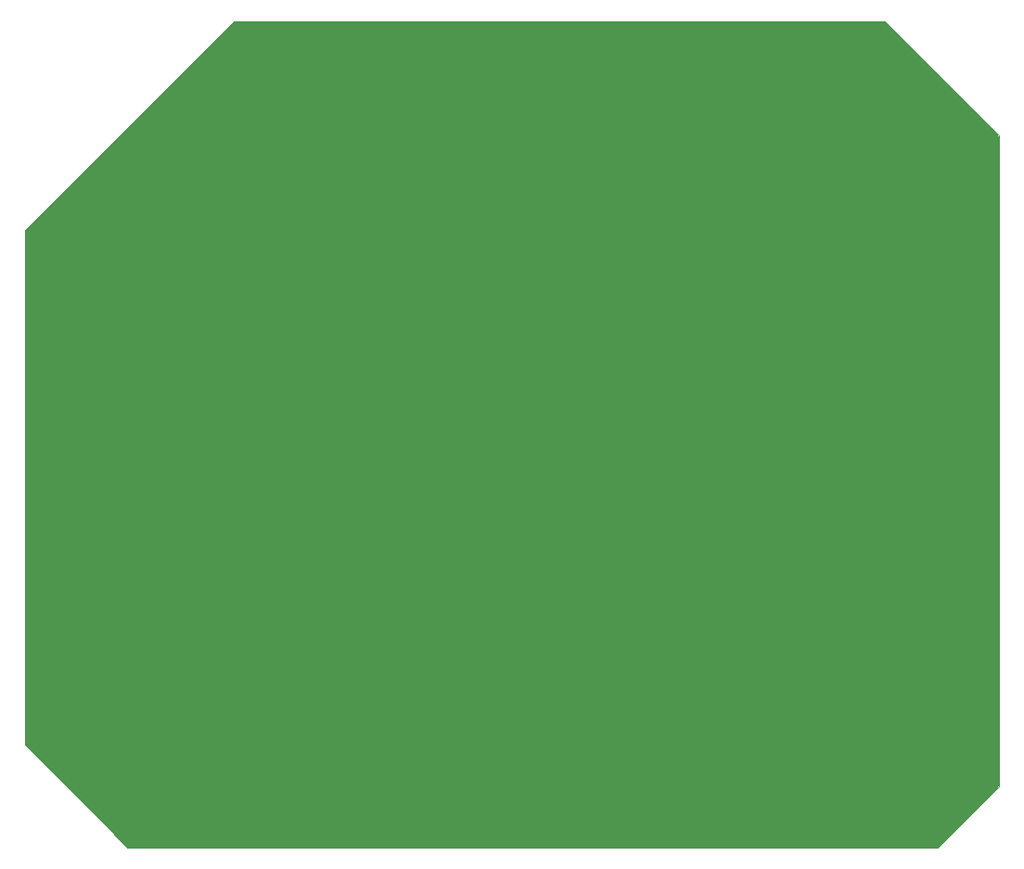
<source format=gbr>
G04 #@! TF.FileFunction,Profile,NP*
%FSLAX46Y46*%
G04 Gerber Fmt 4.6, Leading zero omitted, Abs format (unit mm)*
G04 Created by KiCad (PCBNEW 4.0.1-3.201512161002+6197~38~ubuntu14.04.1-stable) date Qui 28 Jan 2016 15:35:45 BRST*
%MOMM*%
G01*
G04 APERTURE LIST*
%ADD10C,0.100000*%
%ADD11C,0.254000*%
G04 APERTURE END LIST*
D10*
X7239000Y14478000D02*
X7239000Y15494000D01*
X16637000Y5080000D02*
X7239000Y14478000D01*
X90551000Y5080000D02*
X91567000Y6096000D01*
X16637000Y5080000D02*
X90551000Y5080000D01*
X7239000Y61468000D02*
X26289000Y80518000D01*
X7239000Y15494000D02*
X7239000Y61468000D01*
X7239000Y15240000D02*
X7239000Y15494000D01*
X85725000Y80518000D02*
X26289000Y80518000D01*
X96139000Y70104000D02*
X85725000Y80518000D01*
X96139000Y10668000D02*
X96139000Y70104000D01*
X91567000Y6096000D02*
X96139000Y10668000D01*
D11*
G36*
X96012000Y70051394D02*
X96012000Y10720606D01*
X90498394Y5207000D01*
X16689606Y5207000D01*
X7366000Y14530606D01*
X7366000Y61415394D01*
X26341606Y80391000D01*
X85672394Y80391000D01*
X96012000Y70051394D01*
X96012000Y70051394D01*
G37*
X96012000Y70051394D02*
X96012000Y10720606D01*
X90498394Y5207000D01*
X16689606Y5207000D01*
X7366000Y14530606D01*
X7366000Y61415394D01*
X26341606Y80391000D01*
X85672394Y80391000D01*
X96012000Y70051394D01*
M02*

</source>
